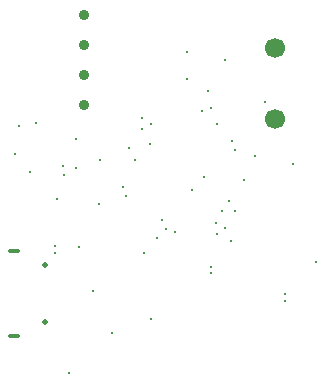
<source format=gbr>
%TF.GenerationSoftware,Altium Limited,Altium Designer,20.0.13 (296)*%
G04 Layer_Color=0*
%FSLAX25Y25*%
%MOIN*%
%TF.FileFunction,Plated,1,2,PTH,Drill*%
%TF.Part,Single*%
G01*
G75*
%TA.AperFunction,ComponentDrill*%
%ADD118C,0.03543*%
%ADD119C,0.01968*%
%ADD120O,0.03937X0.01575*%
%TA.AperFunction,ViaDrill,NotFilled*%
%ADD121C,0.01200*%
%ADD122C,0.06693*%
D118*
X28500Y101000D02*
D03*
Y111000D02*
D03*
Y121000D02*
D03*
Y131000D02*
D03*
D119*
X15606Y28453D02*
D03*
Y47547D02*
D03*
D120*
X5173Y23728D02*
D03*
Y52272D02*
D03*
D121*
X75500Y60000D02*
D03*
X73000Y58000D02*
D03*
X77500Y55500D02*
D03*
X77000Y69000D02*
D03*
X74500Y65500D02*
D03*
X72500Y61500D02*
D03*
X79000Y65500D02*
D03*
X78000Y89000D02*
D03*
X75500Y116000D02*
D03*
X73000Y94500D02*
D03*
X26000Y89500D02*
D03*
Y80000D02*
D03*
X56000Y59500D02*
D03*
X54500Y62500D02*
D03*
X12500Y95000D02*
D03*
X53000Y56500D02*
D03*
X43500Y86500D02*
D03*
X45500Y82500D02*
D03*
X23500Y11500D02*
D03*
X106000Y48500D02*
D03*
X98382Y81118D02*
D03*
X79000Y86000D02*
D03*
X63000Y109500D02*
D03*
X85500Y84000D02*
D03*
X50500Y88000D02*
D03*
X48000Y93000D02*
D03*
X34000Y82500D02*
D03*
X59000Y58500D02*
D03*
X82000Y76000D02*
D03*
X68000Y99000D02*
D03*
X63000Y118500D02*
D03*
X47900Y96400D02*
D03*
X19500Y69500D02*
D03*
X51000Y94500D02*
D03*
X7000Y94000D02*
D03*
X33500Y68000D02*
D03*
X70000Y105500D02*
D03*
X71000Y100000D02*
D03*
X89000Y102000D02*
D03*
X64500Y72500D02*
D03*
X68500Y77000D02*
D03*
X10500Y78500D02*
D03*
X21500Y80500D02*
D03*
X51000Y29500D02*
D03*
X19000Y54000D02*
D03*
Y51500D02*
D03*
X22000Y77500D02*
D03*
X42500Y70500D02*
D03*
X41500Y73500D02*
D03*
X71000Y47000D02*
D03*
Y45000D02*
D03*
X95500Y35500D02*
D03*
Y38000D02*
D03*
X31500Y39000D02*
D03*
X27000Y53500D02*
D03*
X38000Y25000D02*
D03*
X48500Y51600D02*
D03*
X5500Y84500D02*
D03*
D122*
X92283Y96189D02*
D03*
Y119811D02*
D03*
%TF.MD5,904ffd7dbab2bec5097e75c3298a8514*%
M02*

</source>
